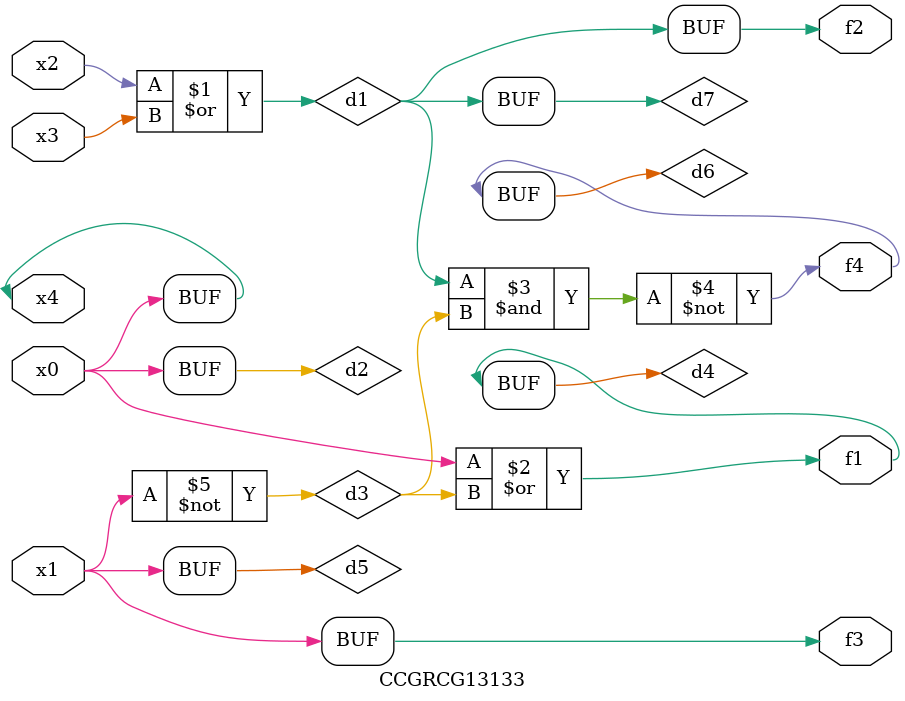
<source format=v>
module CCGRCG13133(
	input x0, x1, x2, x3, x4,
	output f1, f2, f3, f4
);

	wire d1, d2, d3, d4, d5, d6, d7;

	or (d1, x2, x3);
	buf (d2, x0, x4);
	not (d3, x1);
	or (d4, d2, d3);
	not (d5, d3);
	nand (d6, d1, d3);
	or (d7, d1);
	assign f1 = d4;
	assign f2 = d7;
	assign f3 = d5;
	assign f4 = d6;
endmodule

</source>
